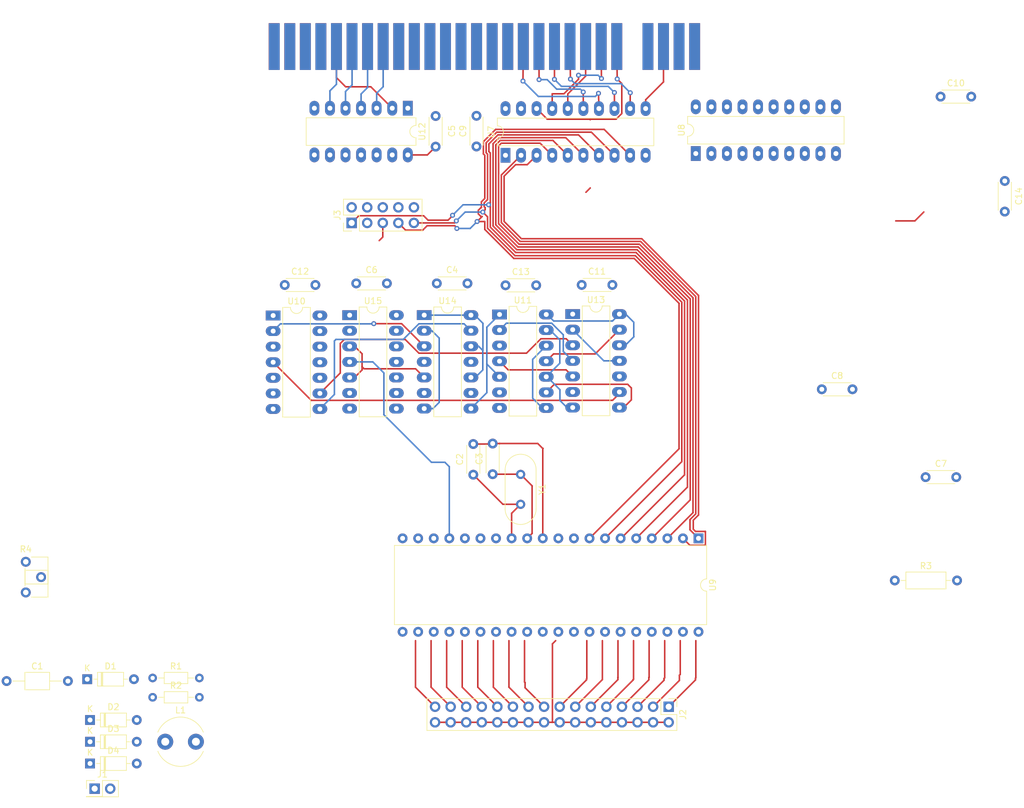
<source format=kicad_pcb>
(kicad_pcb (version 20221018) (generator pcbnew)
  (layers (0 "F.Cu" signal) (31 "B.Cu" signal) (34 "B.Paste" user) (35 "F.Paste" user) (36 "B.SilkS" user "B.Silkscreen") (37 "F.SilkS" user "F.Silkscreen") (38 "B.Mask" user) (39 "F.Mask" user) (44 "Edge.Cuts" user))
  (net 0 "")
  (net 1 "Net-(C1-Pad1)")
  (net 2 "Net-(CN1-~{INT})")
  (net 3 "Net-(D1-K)")
  (net 4 "/LOGIC/~{DISABLE_Z80_WAIT}")
  (net 5 "VCC")
  (net 6 "/DATA4")
  (net 7 "/DATA3")
  (net 8 "/DATA5")
  (net 9 "/DATA6")
  (net 10 "/DATA2")
  (net 11 "/DATA7")
  (net 12 "/DATA0")
  (net 13 "/DATA1")
  (net 14 "/A0")
  (net 15 "/A1")
  (net 16 "/A2")
  (net 17 "/A3")
  (net 18 "/A4")
  (net 19 "/A5")
  (net 20 "/A6")
  (net 21 "/A7")
  (net 22 "GND")
  (net 23 "/LOGIC/~{OE}")
  (net 24 "Net-(U9-XTAL1)")
  (net 25 "/LOGIC/~{OE2}")
  (net 26 "Net-(U9-XTAL2)")
  (net 27 "/LOGIC/D1")
  (net 28 "/LOGIC/D2")
  (net 29 "Net-(D3-A)")
  (net 32 "/INT")
  (net 36 "/IORQ")
  (net 37 "/R")
  (net 38 "/W")
  (net 40 "/WAIT")
  (net 43 "/M1")
  (net 59 "/LOGIC/Z80_ISR0")
  (net 60 "/LOGIC/Z80_ISR1")
  (net 61 "/LOGIC/INT1")
  (net 62 "/LOGIC/INT0")
  (net 63 "Net-(U14A-C)")
  (net 64 "Net-(U10-Pad4)")
  (net 68 "Net-(U14B-~{R})")
  (net 69 "Net-(U10-Pad9)")
  (net 72 "Net-(U10-Pad12)")
  (net 73 "Net-(U11-Pad12)")
  (net 74 "Net-(U11-Pad11)")
  (net 76 "Net-(U13-Pad11)")
  (net 77 "Net-(U14B-C)")
  (net 87 "Net-(J1-Pin_1)")
  (net 88 "~{ATMEGA_RESET}")
  (net 89 "/ATM8")
  (net 90 "/ATM9")
  (net 91 "/ATM10")
  (net 92 "/ATM11")
  (net 93 "/ATM12")
  (net 94 "/ATM13")
  (net 95 "/ATM14")
  (net 96 "/ATM15")
  (net 97 "Net-(U9-AVCC)")
  (net 98 "Net-(U9-AREF)")
  (net 99 "/ATM7")
  (net 100 "/ATM6")
  (net 101 "/ATM5")
  (net 102 "/ATM4")
  (net 103 "/ATM3")
  (net 104 "/ATM2")
  (net 105 "/ATM1")
  (net 106 "/ATM0")
  (net 109 "/D7")
  (net 110 "/D0")
  (net 111 "/D1")
  (net 112 "/D2")
  (net 113 "/D6")
  (net 114 "/D5")
  (net 115 "/D3")
  (net 116 "/D4")
  (footprint "Capacitor_THT:C_Disc_D4.3mm_W1.9mm_P5.00mm" (layer "F.Cu") (at 103.83 68.69)
    (fp_text reference "C12")
    (fp_text value "10pF")
  )
  (footprint "Package_DIP:DIP-40_W15.24mm" (layer "F.Cu") (at 171.31 110.01 -90)
    (fp_text reference "U9")
    (fp_text value "ATmega16L-8P")
  )
  (footprint "Package_DIP:DIP-20_W7.62mm_LongPads" (layer "F.Cu") (at 170.865 47.255 90)
    (fp_text reference "U8")
    (fp_text value "74HC244")
  )
  (footprint "Connector_PinHeader_2.54mm:PinHeader_2x16_P2.54mm_Vertical" (layer "F.Cu") (at 166.445 137.475 -90)
    (fp_text reference "J2")
    (fp_text value "Conn_02x16_Odd_Even")
  )
  (footprint "Crystal:Crystal_HC49-4H_Vertical" (layer "F.Cu") (at 142.3 99.58 -90)
    (fp_text reference "Y1")
    (fp_text value "8Mhz")
  )
  (footprint "Connector_PinHeader_2.54mm:PinHeader_2x01_P2.54mm_Vertical" (layer "F.Cu") (at 72.825 150.835)
    (fp_text reference "J1")
    (fp_text value "Conn_01x02_Pin")
  )
  (footprint "Capacitor_THT:C_Disc_D4.3mm_W1.9mm_P5.00mm" (layer "F.Cu") (at 128.63 68.43)
    (fp_text reference "C4")
    (fp_text value "22pF")
  )
  (footprint "Package_DIP:DIP-14_W7.62mm_LongPads" (layer "F.Cu") (at 126.575 73.605)
    (fp_text reference "U14")
    (fp_text value "74HC74")
  )
  (footprint "Resistor_THT:R_Axial_DIN0204_L3.6mm_D1.6mm_P7.62mm_Horizontal" (layer "F.Cu") (at 82.285 132.785)
    (fp_text reference "R1")
    (fp_text value "R")
  )
  (footprint "Capacitor_THT:C_Disc_D4.3mm_W1.9mm_P5.00mm" (layer "F.Cu") (at 115.49 68.43)
    (fp_text reference "C6")
    (fp_text value "100nF")
  )
  (footprint "Capacitor_THT:C_Disc_D4.3mm_W1.9mm_P5.00mm" (layer "F.Cu") (at 139.84 68.74)
    (fp_text reference "C13")
    (fp_text value "10pF")
  )
  (footprint "Connector_Edge:ZXSPECTRUM Expansion Port" (layer "F.Cu") (at 137.67 33.78)
    (fp_text reference "CN1" hide)
    (fp_text value "ZXSPECTRUM_Expansion_Port")
  )
  (footprint "Capacitor_THT:C_Disc_D4.3mm_W1.9mm_P5.00mm" (layer "F.Cu") (at 134.58 99.63 90)
    (fp_text reference "C2")
    (fp_text value "22pF")
  )
  (footprint "Diode_THT:D_DO-35_SOD27_P7.62mm_Horizontal" (layer "F.Cu") (at 71.615 132.985)
    (fp_text reference "D1")
    (fp_text value "1N4148")
  )
  (footprint "Capacitor_THT:C_Disc_D4.3mm_W1.9mm_P5.00mm" (layer "F.Cu") (at 221.26 56.72 90)
    (fp_text reference "C14")
    (fp_text value "10pF")
  )
  (footprint "Package_DIP:DIP-14_W7.62mm_LongPads" (layer "F.Cu") (at 114.415 73.615)
    (fp_text reference "U15")
    (fp_text value "74HC02")
  )
  (footprint "Package_DIP:DIP-20_W7.62mm_LongPads" (layer "F.Cu") (at 139.83 47.54 90)
    (fp_text reference "U7")
    (fp_text value "74HC245")
  )
  (footprint "Capacitor_THT:C_Disc_D4.3mm_W1.9mm_P5.00mm" (layer "F.Cu") (at 210.79 37.97)
    (fp_text reference "C10")
    (fp_text value "10pF")
  )
  (footprint "Potentiometer_THT:Potentiometer_ACP_CA6-H2,5_Horizontal" (layer "F.Cu") (at 61.595 113.835)
    (fp_text reference "R4")
    (fp_text value "100K")
  )
  (footprint "Diode_THT:D_DO-35_SOD27_P7.62mm_Horizontal" (layer "F.Cu") (at 72.075 139.635)
    (fp_text reference "D2")
    (fp_text value "1N4148")
  )
  (footprint "Inductor_THT:L_Radial_D7.8mm_P5.00mm_Fastron_07HCP" (layer "F.Cu") (at 84.34 143.18)
    (fp_text reference "L1")
    (fp_text value "100uH")
  )
  (footprint "Capacitor_THT:C_Disc_D4.3mm_W1.9mm_P5.00mm" (layer "F.Cu") (at 137.74 99.55 90)
    (fp_text reference "C3")
    (fp_text value "22pF")
  )
  (footprint "Package_DIP:DIP-14_W7.62mm_LongPads" (layer "F.Cu") (at 101.94 73.67)
    (fp_text reference "U10")
    (fp_text value "74HC04")
  )
  (footprint "Package_DIP:DIP-14_W7.62mm_LongPads" (layer "F.Cu") (at 138.86 73.5)
    (fp_text reference "U11")
    (fp_text value "74LS32")
  )
  (footprint "Diode_THT:D_DO-35_SOD27_P7.62mm_Horizontal" (layer "F.Cu") (at 72.075 146.735)
    (fp_text reference "D4")
    (fp_text value "1N4148")
  )
  (footprint "Resistor_THT:R_Axial_DIN0204_L3.6mm_D1.6mm_P7.62mm_Horizontal" (layer "F.Cu") (at 82.285 135.935)
    (fp_text reference "R2")
    (fp_text value "R")
  )
  (footprint "Capacitor_THT:C_Disc_D4.3mm_W1.9mm_P5.00mm" (layer "F.Cu") (at 208.35 100.03)
    (fp_text reference "C7")
    (fp_text value "10pF")
  )
  (footprint "Diode_THT:D_DO-35_SOD27_P7.62mm_Horizontal" (layer "F.Cu") (at 72.075 143.185)
    (fp_text reference "D3")
    (fp_text value "1N4148")
  )
  (footprint "Capacitor_THT:C_Disc_D4.3mm_W1.9mm_P5.00mm" (layer "F.Cu") (at 135.1 46.1 90)
    (fp_text reference "C9")
    (fp_text value "10pF")
  )
  (footprint "Package_DIP:DIP-14_W7.62mm_LongPads" (layer "F.Cu") (at 123.9 39.86 -90)
    (fp_text reference "U12")
    (fp_text value "74LS30")
  )
  (footprint "Capacitor_THT:C_Disc_D4.3mm_W1.9mm_P5.00mm" (layer "F.Cu") (at 152.26 68.68)
    (fp_text reference "C11")
    (fp_text value "10pF")
  )
  (footprint "Capacitor_THT:C_Axial_L3.8mm_D2.6mm_P10.00mm_Horizontal" (layer "F.Cu") (at 58.465 133.285)
    (fp_text reference "C1")
    (fp_text value "C")
  )
  (footprint "Resistor_THT:R_Axial_DIN0207_L6.3mm_D2.5mm_P10.16mm_Horizontal" (layer "F.Cu") (at 203.32 116.88)
    (fp_text reference "R3")
    (fp_text value "10K")
  )
  (footprint "Capacitor_THT:C_Disc_D4.3mm_W1.9mm_P5.00mm" (layer "F.Cu") (at 128.44 46.13 90)
    (fp_text reference "C5")
    (fp_text value "100nF")
  )
  (footprint "Connector_PinHeader_2.54mm:PinHeader_2x05_P2.54mm_Vertical" (layer "F.Cu") (at 114.74 58.57 90)
    (fp_text reference "J3")
    (fp_text value "Conn_02x05_Odd_Even")
  )
  (footprint "Package_DIP:DIP-14_W7.62mm_LongPads" (layer "F.Cu") (at 150.79 73.44)
    (fp_text reference "U13")
    (fp_text value "74HC00")
  )
  (footprint "Capacitor_THT:C_Disc_D4.3mm_W1.9mm_P5.00mm" (layer "F.Cu") (at 191.42 85.7)
    (fp_text reference "C8")
    (fp_text value "10pF")
  )
  (segment (start 123.9 47.48) (end 127.09 47.48) (width 0.25) (layer "F.Cu") (net 5))
  (segment (start 206.6 58.24) (end 208.055 56.785) (width 0.25) (layer "F.Cu") (net 5))
  (segment (start 127.09 47.48) (end 128.44 46.13) (width 0.25) (layer "F.Cu") (net 5))
  (segment (start 203.48 58.24) (end 206.6 58.24) (width 0.25) (layer "F.Cu") (net 5))
  (segment (start 147.695 74.565) (end 157.285 74.565) (width 0.25) (layer "B.Cu") (net 5))
  (segment (start 159.38 78.52) (end 158.41 78.52) (width 0.25) (layer "B.Cu") (net 5))
  (segment (start 158.41 73.44) (end 159.42 73.44) (width 0.25) (layer "B.Cu") (net 5))
  (segment (start 134.915 83.765) (end 136.13 82.55) (width 0.25) (layer "B.Cu") (net 5))
  (segment (start 134.195 73.605) (end 126.575 73.605) (width 0.25) (layer "B.Cu") (net 5))
  (segment (start 146.48 73.5) (end 146.48 73.45) (width 0.25) (layer "B.Cu") (net 5))
  (segment (start 159.42 73.44) (end 160.75 74.77) (width 0.25) (layer "B.Cu") (net 5))
  (segment (start 134.195 78.685) (end 135.445 78.685) (width 0.25) (layer "B.Cu") (net 5))
  (segment (start 160.75 74.77) (end 160.75 77.11) (width 0.25) (layer "B.Cu") (net 5))
  (segment (start 157.285 74.565) (end 158.41 73.44) (width 0.25) (layer "B.Cu") (net 5))
  (segment (start 146.48 73.45) (end 146.53 73.4) (width 0.25) (layer "B.Cu") (net 5))
  (segment (start 136.02 79.26) (end 136.13 79.37) (width 0.25) (layer "B.Cu") (net 5))
  (segment (start 134.815 73.605) (end 136.15 74.94) (width 0.25) (layer "B.Cu") (net 5))
  (segment (start 134.195 73.605) (end 134.815 73.605) (width 0.25) (layer "B.Cu") (net 5))
  (segment (start 136.13 79.37) (end 136.13 82.55) (width 0.25) (layer "B.Cu") (net 5))
  (segment (start 146.53 73.4) (end 147.695 74.565) (width 0.25) (layer "B.Cu") (net 5))
  (segment (start 160.75 77.11) (end 160.77 77.13) (width 0.25) (layer "B.Cu") (net 5))
  (segment (start 136.15 74.94) (end 136.15 79.35) (width 0.25) (layer "B.Cu") (net 5))
  (segment (start 160.77 77.13) (end 159.38 78.52) (width 0.25) (layer "B.Cu") (net 5))
  (segment (start 134.195 83.765) (end 134.915 83.765) (width 0.25) (layer "B.Cu") (net 5))
  (segment (start 135.445 78.685) (end 136.02 79.26) (width 0.25) (layer "B.Cu") (net 5))
  (segment (start 136.15 79.35) (end 136.13 79.37) (width 0.25) (layer "B.Cu") (net 5))
  (segment (start 169.51 101.65) (end 169.51 71.145584) (width 0.25) (layer "F.Cu") (net 6))
  (segment (start 137.805 59.070584) (end 137.805 45.642208) (width 0.25) (layer "F.Cu") (net 6))
  (segment (start 138.782208 44.665) (end 149.655 44.665) (width 0.25) (layer "F.Cu") (net 6))
  (segment (start 141.674416 62.94) (end 137.805 59.070584) (width 0.25) (layer "F.Cu") (net 6))
  (segment (start 149.655 44.665) (end 152.53 47.54) (width 0.25) (layer "F.Cu") (net 6))
  (segment (start 161.304416 62.94) (end 141.674416 62.94) (width 0.25) (layer "F.Cu") (net 6))
  (segment (start 137.805 45.642208) (end 138.782208 44.665) (width 0.25) (layer "F.Cu") (net 6))
  (segment (start 161.15 110.01) (end 169.51 101.65) (width 0.25) (layer "F.Cu") (net 6))
  (segment (start 169.51 71.145584) (end 161.304416 62.94) (width 0.25) (layer "F.Cu") (net 6))
  (segment (start 161.490812 62.49) (end 141.860812 62.49) (width 0.25) (layer "F.Cu") (net 7))
  (segment (start 169.96 103.74) (end 169.96 70.959188) (width 0.25) (layer "F.Cu") (net 7))
  (segment (start 169.96 70.959188) (end 161.490812 62.49) (width 0.25) (layer "F.Cu") (net 7))
  (segment (start 138.255 45.828604) (end 138.968604 45.115) (width 0.25) (layer "F.Cu") (net 7))
  (segment (start 138.968604 45.115) (end 147.565 45.115) (width 0.25) (layer "F.Cu") (net 7))
  (segment (start 147.565 45.115) (end 149.99 47.54) (width 0.25) (layer "F.Cu") (net 7))
  (segment (start 141.860812 62.49) (end 138.255 58.884188) (width 0.25) (layer "F.Cu") (net 7))
  (segment (start 138.255 58.884188) (end 138.255 45.828604) (width 0.25) (layer "F.Cu") (net 7))
  (segment (start 163.69 110.01) (end 169.96 103.74) (width 0.25) (layer "F.Cu") (net 7))
  (segment (start 141.48802 63.39) (end 137.355 59.25698) (width 0.25) (layer "F.Cu") (net 8))
  (segment (start 137.08 55.61) (end 137.355 55.335) (width 0.25) (layer "F.Cu") (net 8))
  (segment (start 158.61 110.01) (end 158.65 109.97) (width 0.25) (layer "F.Cu") (net 8))
  (segment (start 114.74 58.57) (end 115.915 57.395) (width 0.25) (layer "F.Cu") (net 8))
  (segment (start 169.03401 71.30599) (end 161.11802 63.39) (width 0.25) (layer "F.Cu") (net 8))
  (segment (start 137.355 55.335) (end 137.355 47.168783) (width 0.25) (layer "F.Cu") (net 8))
  (segment (start 115.915 57.395) (end 126.475 57.395) (width 0.25) (layer "F.Cu") (net 8))
  (segment (start 151.745 44.215) (end 155.07 47.54) (width 0.25) (layer "F.Cu") (net 8))
  (segment (start 137.125 45.685812) (end 138.595812 44.215) (width 0.25) (layer "F.Cu") (net 8))
  (segment (start 126.475 57.395) (end 127.2 58.12) (width 0.25) (layer "F.Cu") (net 8))
  (segment (start 127.2 58.12) (end 130.47 58.12) (width 0.25) (layer "F.Cu") (net 8))
  (segment (start 131.09 57.32) (end 131.16 57.39) (width 0.25) (layer "F.Cu") (net 8))
  (segment (start 131.2 57.43) (end 131.2 57.32) (width 0.25) (layer "F.Cu") (net 8))
  (segment (start 158.72 109.97) (end 169.03401 99.65599) (width 0.25) (layer "F.Cu") (net 8))
  (segment (start 169.03401 99.65599) (end 169.03401 71.30599) (width 0.25) (layer "F.Cu") (net 8))
  (segment (start 137.355 59.25698) (end 137.355 55.885) (width 0.25) (layer "F.Cu") (net 8))
  (segment (start 138.595812 44.215) (end 151.745 44.215) (width 0.25) (layer "F.Cu") (net 8))
  (segment (start 131.2 57.32) (end 131.09 57.32) (width 0.25) (layer "F.Cu") (net 8))
  (segment (start 158.65 109.97) (end 158.72 109.97) (width 0.25) (layer "F.Cu") (net 8))
  (segment (start 137.125 46.938783) (end 137.125 45.685812) (width 0.25) (layer "F.Cu") (net 8))
  (segment (start 130.47 58.12) (end 131.18 57.41) (width 0.25) (layer "F.Cu") (net 8))
  (segment (start 131.18 57.41) (end 131.2 57.43) (width 0.25) (layer "F.Cu") (net 8))
  (segment (start 137.355 47.168783) (end 137.125 46.938783) (width 0.25) (layer "F.Cu") (net 8))
  (segment (start 161.11802 63.39) (end 141.48802 63.39) (width 0.25) (layer "F.Cu") (net 8))
  (segment (start 137.355 55.885) (end 137.08 55.61) (width 0.25) (layer "F.Cu") (net 8))
  (via (at 137.08 55.61) (size 0.8) (drill 0.4) (layers "F.Cu" "B.Cu") (net 8))
  (via (at 131.2 57.32) (size 0.8) (drill 0.4) (layers "F.Cu" "B.Cu") (net 8))
  (segment (start 131.2 57.32) (end 132.91 55.61) (width 0.25) (layer "B.Cu") (net 8))
  (segment (start 132.91 55.61) (end 137.08 55.61) (width 0.25) (layer "B.Cu") (net 8))
  (segment (start 136.675 47.125179) (end 136.675 45.499416) (width 0.25) (layer "F.Cu") (net 9))
  (segment (start 153.835 43.765) (end 157.61 47.54) (width 0.25) (layer "F.Cu") (net 9))
  (segment (start 136.905 59.443376) (end 136.905 57.575) (width 0.25) (layer "F.Cu") (net 9))
  (segment (start 136.13 56.8) (end 136.51 56.42) (width 0.25) (layer "F.Cu") (net 9))
  (segment (start 136.51 56.42) (end 136.51 56.065305) (width 0.25) (layer "F.Cu") (net 9))
  (segment (start 141.371624 63.91) (end 136.905 59.443376) (width 0.25) (layer "F.Cu") (net 9))
  (segment (start 131.64 58.45) (end 131.81 58.24) (width 0.25) (layer "F.Cu") (net 9))
  (segment (start 138.409416 43.765) (end 153.835 43.765) (width 0.25) (layer "F.Cu") (net 9))
  (segment (start 168.58401 97.49599) (end 168.58401 71.492386) (width 0.25) (layer "F.Cu") (net 9))
  (segment (start 156.07 110.01) (end 168.58401 97.49599) (width 0.25) (layer "F.Cu") (net 9))
  (segment (start 161.001624 63.91) (end 141.371624 63.91) (width 0.25) (layer "F.Cu") (net 9))
  (segment (start 136.905 47.355179) (end 136.675 47.125179) (width 0.25) (layer "F.Cu") (net 9))
  (segment (start 168.58401 71.492386) (end 161.001624 63.91) (width 0.25) (layer "F.Cu") (net 9))
  (segment (start 131.52 58.57) (end 124.9 58.57) (width 0.25) (layer "F.Cu") (net 9))
  (segment (start 136.675 45.499416) (end 138.409416 43.765) (width 0.25) (layer "F.Cu") (net 9))
  (segment (start 131.81 58.24) (end 131.52 58.57) (width 0.25) (layer "F.Cu") (net 9))
  (segment (start 136.355 55.309695) (end 136.905 54.759695) (width 0.25) (layer "F.Cu") (net 9))
  (segment (start 136.905 57.575) (end 136.13 56.8) (width 0.25) (layer "F.Cu") (net 9))
  (segment (start 136.51 56.065305) (end 136.355 55.910305) (width 0.25) (layer "F.Cu") (net 9))
  (segment (start 136.905 54.759695) (end 136.905 47.355179) (width 0.25) (layer "F.Cu") (net 9))
  (segment (start 136.355 55.910305) (end 136.355 55.309695) (width 0.25) (layer "F.Cu") (net 9))
  (via (at 131.81 58.24) (size 0.8) (drill 0.4) (layers "F.Cu" "B.Cu") (net 9))
  (via (at 136.13 56.8) (size 0.8) (drill 0.4) (layers "F.Cu" "B.Cu") (net 9))
  (segment (start 131.81 58.24) (end 133.25 56.8) (width 0.25) (layer "B.Cu") (net 9))
  (segment (start 133.25 56.8) (end 136.13 56.8) (width 0.25) (layer "B.Cu") (net 9))
  (segment (start 170.41 70.772792) (end 161.677208 62.04) (width 0.25) (layer "F.Cu") (net 10))
  (segment (start 166.23 110.01) (end 170.41 105.83) (width 0.25) (layer "F.Cu") (net 10))
  (segment (start 142.047208 62.04) (end 138.705 58.697792) (width 0.25) (layer "F.Cu") (net 10))
  (segment (start 139.155 45.565) (end 145.475 45.565) (width 0.25) (layer "F.Cu") (net 10))
  (segment (start 138.705 58.697792) (end 138.705 46.015) (width 0.25) (layer "F.Cu") (net 10))
  (segment (start 161.677208 62.04) (end 142.047208 62.04) (width 0.25) (layer "F.Cu") (net 10))
  (segment (start 145.475 45.565) (end 147.45 47.54) (width 0.25) (layer "F.Cu") (net 10))
  (segment (start 138.705 46.015) (end 139.155 45.565) (width 0.25) (layer "F.Cu") (net 10))
  (segment (start 170.41 105.83) (end 170.41 70.772792) (width 0.25) (layer "F.Cu") (net 10))
  (segment (start 136.225 45.31302) (end 138.22302 43.315) (width 0.25) (layer "F.Cu") (net 11))
  (segment (start 153.53 110.01) (end 168.13401 95.40599) (width 0.25) (layer "F.Cu") (net 11))
  (segment (start 126.335 59.745) (end 127.06 59.02) (width 0.25) (layer "F.Cu") (net 11))
  (segment (start 131.55 59.02) (end 131.83 59.3) (width 0.25) (layer "F.Cu") (net 11))
  (segment (start 131.9 59.47) (end 131.83 59.51) (width 0.25) (layer "F.Cu") (net 11))
  (segment (start 135.829695 56.075) (end 135.905 56.075) (width 0.25) (layer "F.Cu") (net 11))
  (segment (start 160.815228 64.36) (end 141.185228 64.36) (width 0.25) (layer "F.Cu") (net 11))
  (segment (start 135.405 57.100305) (end 135.405 56.499695) (width 0.25) (layer "F.Cu") (net 11))
  (segment (start 136.455 58.34) (end 135.2 58.34) (width 0.25) (layer "F.Cu") (net 11))
  (segment (start 135.829695 57.525) (end 135.405 57.100305) (width 0.25) (layer "F.Cu") (net 11))
  (segment (start 135.2 58.34) (end 136.015 57.525) (width 0.25) (layer "F.Cu") (net 11))
  (segment (start 141.185228 64.36) (end 136.455 59.629772) (width 0.25) (layer "F.Cu") (net 11))
  (segment (start 136.455 47.541575) (end 136.225 47.311575) (width 0.25) (layer "F.Cu") (net 11))
  (segment (start 168.13401 71.678782) (end 160.815228 64.36) (width 0.25) (layer "F.Cu") (net 11))
  (segment (start 136.015 57.525) (end 135.829695 57.525) (width 0.25) (layer "F.Cu") (net 11))
  (segment (start 122.36 58.57) (end 123.535 59.745) (width 0.25) (layer "F.Cu") (net 11))
  (segment (start 135.905 56.075) (end 135.905 55.123299) (width 0.25) (layer "F.Cu") (net 11))
  (segment (start 135.405 56.499695) (end 135.829695 56.075) (width 0.25) (layer "F.Cu") (net 11))
  (segment (start 135.905 55.123299) (end 136.455 54.573299) (width 0.25) (layer "F.Cu") (net 11))
  (segment (start 136.455 54.573299) (end 136.455 47.541575) (width 0.25) (layer "F.Cu") (net 11))
  (segment (start 168.13401 95.40599) (end 168.13401 71.678782) (width 0.25) (layer "F.Cu") (net 11))
  (segment (start 138.22302 43.315) (end 155.925 43.315) (width 0.25) (layer "F.Cu") (net 11))
  (segment (start 136.225 47.311575) (end 136.225 45.31302) (width 0.25) (layer "F.Cu") (net 11))
  (segment (start 127.06 59.02) (end 131.55 59.02) (width 0.25) (layer "F.Cu") (net 11))
  (segment (start 123.535 59.745) (end 126.335 59.745) (width 0.25) (layer "F.Cu") (net 11))
  (segment (start 131.83 59.3) (end 131.9 59.47) (width 0.25) (layer "F.Cu") (net 11))
  (segment (start 136.455 59.629772) (end 136.455 58.34) (width 0.25) (layer "F.Cu") (net 11))
  (segment (start 155.925 43.315) (end 160.15 47.54) (width 0.25) (layer "F.Cu") (net 11))
  (via (at 135.2 58.34) (size 0.8) (drill 0.4) (layers "F.Cu" "B.Cu") (net 11))
  (via (at 131.9 59.47) (size 0.8) (drill 0.4) (layers "F.Cu" "B.Cu") (net 11))
  (segment (start 134.07 59.47) (end 135.2 58.34) (width 0.25) (layer "B.Cu") (net 11))
  (segment (start 131.9 59.47) (end 134.07 59.47) (width 0.25) (layer "B.Cu") (net 11))
  (segment (start 161.863604 61.59) (end 142.233604 61.59) (width 0.25) (layer "F.Cu") (net 12))
  (segment (start 142.233604 61.59) (end 139.155 58.511396) (width 0.25) (layer "F.Cu") (net 12))
  (segment (start 169.92 106.956396) (end 170.86 106.016396) (width 0.25) (layer "F.Cu") (net 12))
  (segment (start 170.86 106.016396) (end 170.86 70.586396) (width 0.25) (layer "F.Cu") (net 12))
  (segment (start 170.86 70.586396) (end 161.863604 61.59) (width 0.25) (layer "F.Cu") (net 12))
  (segment (start 171.31 110.01) (end 169.92 108.62) (width 0.25) (layer "F.Cu") (net 12))
  (segment (start 169.92 108.62) (end 169.92 106.956396) (width 0.25) (layer "F.Cu") (net 12))
  (segment (start 139.155 58.511396) (end 139.155 50.755) (width 0.25) (layer "F.Cu") (net 12))
  (segment (start 139.155 50.755) (end 142.37 47.54) (width 0.25) (layer "F.Cu") (net 12))
  (segment (start 139.605 50.941396) (end 141.481396 49.065) (width 0.25) (layer "F.Cu") (net 13))
  (segment (start 170.821396 108.885) (end 170.46 108.523604) (width 0.25) (layer "F.Cu") (net 13))
  (segment (start 170.46 108.523604) (end 170.46 107.052792) (width 0.25) (layer "F.Cu") (net 13))
  (segment (start 139.605 58.325) (end 139.605 50.941396) (width 0.25) (layer "F.Cu") (net 13))
  (segment (start 171.31 70.4) (end 162.05 61.14) (width 0.25) (layer "F.Cu") (net 13))
  (segment (start 169.895 111.135) (end 172.435 111.135) (width 0.25) (layer "F.Cu") (net 13))
  (segment (start 142.42 61.14) (end 139.605 58.325) (width 0.25) (layer "F.Cu") (net 13))
  (segment (start 172.435 111.135) (end 172.435 108.885) (width 0.25) (layer "F.Cu") (net 13))
  (segment (start 170.46 107.052792) (end 171.31 106.202792) (width 0.25) (layer "F.Cu") (net 13))
  (segment (start 172.435 108.885) (end 170.821396 108.885) (width 0.25) (layer "F.Cu") (net 13))
  (segment (start 143.385 49.065) (end 144.91 47.54) (width 0.25) (layer "F.Cu") (net 13))
  (segment (start 168.77 110.01) (end 169.895 111.135) (width 0.25) (layer "F.Cu") (net 13))
  (segment (start 141.481396 49.065) (end 143.385 49.065) (width 0.25) (layer "F.Cu") (net 13))
  (segment (start 162.05 61.14) (end 142.42 61.14) (width 0.25) (layer "F.Cu") (net 13))
  (segment (start 171.31 106.202792) (end 171.31 70.4) (width 0.25) (layer "F.Cu") (net 13))
  (segment (start 111.2 39.86) (end 111.2 37.02) (width 0.25) (layer "B.Cu") (net 18))
  (segment (start 111.2 37.02) (end 112.26 35.96) (width 0.25) (layer "B.Cu") (net 18))
  (segment (start 112.26 35.96) (end 112.26 29.8) (width 0.25) (layer "B.Cu") (net 18))
  (segment (start 113.74 39.86) (end 113.74 37.14) (width 0.25) (layer "B.Cu") (net 19))
  (segment (start 114.81 36.07) (end 114.81 29.81) (width 0.25) (layer "B.Cu") (net 19))
  (segment (start 113.74 37.14) (end 114.81 36.07) (width 0.25) (layer "B.Cu") (net 19))
  (segment (start 117.37 36.45) (end 117.34 36.42) (width 0.25) (layer "B.Cu") (net 20))
  (segment (start 116.28 37.54) (end 117.37 36.45) (width 0.25) (layer "B.Cu") (net 20))
  (segment (start 117.34 36.42) (end 117.34 29.8) (width 0.25) (layer "B.Cu") (net 20))
  (segment (start 116.28 39.86) (end 116.28 37.54) (width 0.25) (layer "B.Cu") (net 20))
  (segment (start 119.88 36.36) (end 119.88 29.8) (width 0.25) (layer "B.Cu") (net 21))
  (segment (start 118.82 37.42) (end 119.88 36.36) (width 0.25) (layer "B.Cu") (net 21))
  (segment (start 118.82 39.86) (end 118.86 39.86) (width 0.25) (layer "B.Cu") (net 21))
  (segment (start 118.82 39.86) (end 118.82 37.42) (width 0.25) (layer "B.Cu") (net 21))
  (segment (start 151.205 140.015) (end 148.665 140.015) (width 0.25) (layer "F.Cu") (net 22))
  (segment (start 147.49 139.98) (end 147.455 140.015) (width 0.25) (layer "F.Cu") (net 22))
  (segment (start 166.445 140.015) (end 163.905 140.015) (width 0.25) (layer "F.Cu") (net 22))
  (segment (start 138.88137 94.54) (end 145.09 94.54) (width 0.25) (layer "F.Cu") (net 22))
  (segment (start 141.045 140.015) (end 143.585 140.015) (width 0.25) (layer "F.Cu") (net 22))
  (segment (start 145.91 95.39) (end 145.91 110.01) (width 0.25) (layer "F.Cu") (net 22))
  (segment (start 147.455 140.015) (end 148.665 140.015) (width 0.25) (layer "F.Cu") (net 22))
  (segment (start 128.345 140.015) (end 129.775 140.015) (width 0.25) (layer "F.Cu") (net 22))
  (segment (start 158.825 140.015) (end 156.285 140.015) (width 0.25) (layer "F.Cu") (net 22))
  (segment (start 135.965 140.015) (end 138.505 140.015) (width 0.25) (layer "F.Cu") (net 22))
  (segment (start 161.365 140.015) (end 158.825 140.015) (width 0.25) (layer "F.Cu") (net 22))
  (segment (start 138.505 140.015) (end 141.045 140.015) (width 0.25) (layer "F.Cu") (net 22))
  (segment (start 145.09 94.54) (end 145.9 95.35) (width 0.25) (layer "F.Cu") (net 22))
  (segment (start 146.125 140.015) (end 147.455 140.015) (width 0.25) (layer "F.Cu") (net 22))
  (segment (start 145.9 95.35) (end 145.95 95.35) (width 0.25) (layer "F.Cu") (net 22))
  (segment (start 147.49 127.22) (end 147.49 139.98) (width 0.25) (layer "F.Cu") (net 22))
  (segment (start 138.87137 94.55) (end 138.88137 94.54) (width 0.25) (layer "F.Cu") (net 22))
  (segment (start 137.74 94.55) (end 138.87137 94.55) (width 0.25) (layer "F.Cu") (net 22))
  (segment (start 133.425 140.015) (end 129.775 140.015) (width 0.25) (layer "F.Cu") (net 22))
  (segment (start 133.425 140.015) (end 135.965 140.015) (width 0.25) (layer "F.Cu") (net 22))
  (segment (start 134.58 94.63) (end 137.66 94.63) (width 0.25) (layer "F.Cu") (net 22))
  (segment (start 137.66 94.63) (end 137.74 94.55) (width 0.25) (layer "F.Cu") (net 22))
  (segment (start 143.585 140.015) (end 146.125 140.015) (width 0.25) (layer "F.Cu") (net 22))
  (segment (start 145.95 95.35) (end 145.91 95.39) (width 0.25) (layer "F.Cu") (net 22))
  (segment (start 153.745 140.015) (end 151.205 140.015) (width 0.25) (layer "F.Cu") (net 22))
  (segment (start 148.015 126.695) (end 147.49 127.22) (width 0.25) (layer "F.Cu") (net 22))
  (segment (start 163.905 140.015) (end 161.365 140.015) (width 0.25) (layer "F.Cu") (net 22))
  (segment (start 129.775 140.015) (end 130.885 140.015) (width 0.25) (layer "F.Cu") (net 22))
  (segment (start 156.285 140.015) (end 153.745 140.015) (width 0.25) (layer "F.Cu") (net 22))
  (segment (start 146.58 83.64) (end 148.71 85.77) (width 0.25) (layer "B.Cu") (net 22))
  (segment (start 146.48 83.66) (end 148.69 81.45) (width 0.25) (layer "B.Cu") (net 22))
  (segment (start 146.48 83.66) (end 146.56 83.66) (width 0.25) (layer "B.Cu") (net 22))
  (segment (start 127.815 76.145) (end 129.02 77.35) (width 0.25) (layer "B.Cu") (net 22))
  (segment (start 146.56 83.66) (end 146.58 83.64) (width 0.25) (layer "B.Cu") (net 22))
  (segment (start 148.71 85.77) (end 148.71 87.53) (width 0.25) (layer "B.Cu") (net 22))
  (segment (start 148.71 87.53) (end 149.86 88.68) (width 0.25) (layer "B.Cu") (net 22))
  (segment (start 128.005 88.845) (end 126.575 88.845) (width 0.25) (layer "B.Cu") (net 22))
  (segment (start 148.69 77.64) (end 147.09 76.04) (width 0.25) (layer "B.Cu") (net 22))
  (segment (start 149.86 88.68) (end 150.79 88.68) (width 0.25) (layer "B.Cu") (net 22))
  (segment (start 126.575 76.145) (end 127.815 76.145) (width 0.25) (layer "B.Cu") (net 22))
  (segment (start 129.02 87.83) (end 128.005 88.845) (width 0.25) (layer "B.Cu") (net 22))
  (segment (start 129.02 77.35) (end 129.02 87.83) (width 0.25) (layer "B.Cu") (net 22))
  (segment (start 148.69 81.45) (end 148.69 77.64) (width 0.25) (layer "B.Cu") (net 22))
  (segment (start 147.09 76.04) (end 146.48 76.04) (width 0.25) (layer "B.Cu") (net 22))
  (segment (start 139.41 104.46) (end 142.3 104.46) (width 0.25) (layer "F.Cu") (net 24))
  (segment (start 134.58 99.63) (end 139.41 104.46) (width 0.25) (layer "F.Cu") (net 24))
  (segment (start 140.83 105.93) (end 140.83 110.01) (width 0.25) (layer "F.Cu") (net 24))
  (segment (start 142.3 104.46) (end 140.83 105.93) (width 0.25) (layer "F.Cu") (net 24))
  (segment (start 158.41 88.68) (end 159.1 88.68) (width 0.25) (layer "F.Cu") (net 25))
  (segment (start 159.1 88.68) (end 160.36 87.42) (width 0.25) (layer "F.Cu") (net 25))
  (segment (start 147.79 84.89) (end 146.48 86.2) (width 0.25) (layer "F.Cu") (net 25))
  (segment (start 160.36 85.49) (end 159.76 84.89) (width 0.25) (layer "F.Cu") (net 25))
  (segment (start 160.36 87.42) (end 160.36 85.49) (width 0.25) (layer "F.Cu") (net 25))
  (segment (start 159.76 84.89) (end 147.79 84.89) (width 0.25) (layer "F.Cu") (net 25))
  (segment (start 144.169999 101.449999) (end 142.3 99.58) (width 0.25) (layer "F.Cu") (net 26))
  (segment (start 144.169999 109.210001) (end 144.169999 101.449999) (width 0.25) (layer "F.Cu") (net 26))
  (segment (start 142.27 99.55) (end 142.3 99.58) (width 0.25) (layer "F.Cu") (net 26))
  (segment (start 143.37 110.01) (end 144.169999 109.210001) (width 0.25) (layer "F.Cu") (net 26))
  (segment (start 137.74 99.55) (end 142.27 99.55) (width 0.25) (layer "F.Cu") (net 26))
  (segment (start 138.86 73.5) (end 136.79 75.57) (width 0.25) (layer "B.Cu") (net 32))
  (segment (start 136.79 86.25) (end 136.79 81.59) (width 0.25) (layer "B.Cu") (net 32))
  (segment (start 134.195 88.845) (end 136.79 86.25) (width 0.25) (layer "B.Cu") (net 32))
  (segment (start 136.79 75.57) (end 136.79 81.59) (width 0.25) (layer "B.Cu") (net 32))
  (segment (start 136.79 81.59) (end 138.86 83.66) (width 0.25) (layer "B.Cu") (net 32))
  (segment (start 115.215 83.775) (end 114.415 83.775) (width 0.25) (layer "F.Cu") (net 40))
  (segment (start 116.44 82.55) (end 115.215 83.775) (width 0.25) (layer "F.Cu") (net 40))
  (segment (start 116.44 82.03) (end 116.44 82.55) (width 0.25) (layer "F.Cu") (net 40))
  (segment (start 116.44 79.91) (end 116.44 82.03) (width 0.25) (layer "F.Cu") (net 40))
  (segment (start 114.415 78.695) (end 115.225 78.695) (width 0.25) (layer "F.Cu") (net 40))
  (segment (start 115.225 78.695) (end 116.44 79.91) (width 0.25) (layer "F.Cu") (net 40))
  (segment (start 125.17 82.36) (end 126.575 83.765) (width 0.25) (layer "F.Cu") (net 40))
  (segment (start 116.77 82.36) (end 125.17 82.36) (width 0.25) (layer "F.Cu") (net 40))
  (segment (start 116.44 82.03) (end 116.77 82.36) (width 0.25) (layer "F.Cu") (net 40))
  (segment (start 121.36 39.86) (end 117.87 36.37) (width 0.25) (layer "F.Cu") (net 43))
  (segment (start 113.76 36.37) (end 112.26 34.87) (width 0.25) (layer "F.Cu") (net 43))
  (segment (start 117.87 36.37) (end 113.76 36.37) (width 0.25) (layer "F.Cu") (net 43))
  (segment (start 112.26 34.87) (end 112.26 29.8) (width 0.25) (layer "F.Cu") (net 43))
  (segment (start 138.86 76.04) (end 139.985 74.915) (width 0.25) (layer "B.Cu") (net 59))
  (segment (start 149.26 79.53) (end 150.79 81.06) (width 0.25) (layer "B.Cu") (net 59))
  (segment (start 149.26 76.82) (end 149.26 79.53) (width 0.25) (layer "B.Cu") (net 59))
  (segment (start 147.355 74.915) (end 149.26 76.82) (width 0.25) (layer "B.Cu") (net 59))
  (segment (start 139.985 74.915) (end 147.355 74.915) (width 0.25) (layer "B.Cu") (net 59))
  (segment (start 149.725 82.535) (end 150.79 83.6) (width 0.25) (layer "F.Cu") (net 60))
  (segment (start 140.275 82.535) (end 149.725 82.535) (width 0.25) (layer "F.Cu") (net 60))
  (segment (start 138.86 81.12) (end 140.275 82.535) (width 0.25) (layer "F.Cu") (net 60))
  (segment (start 120 89.85) (end 127.76 97.61) (width 0.25) (layer "B.Cu") (net 61))
  (segment (start 127.76 97.61) (end 129.95 97.61) (width 0.25) (layer "B.Cu") (net 61))
  (segment (start 130.67 98.33) (end 130.67 110.01) (width 0.25) (layer "B.Cu") (net 61))
  (segment (start 129.95 97.61) (end 130.67 98.33) (width 0.25) (layer "B.Cu") (net 61))
  (segment (start 114.415 81.235) (end 118.195 81.235) (width 0.25) (layer "B.Cu") (net 61))
  (segment (start 118.195 81.235) (end 120 83.04) (width 0.25) (layer "B.Cu") (net 61))
  (segment (start 120 83.04) (end 120 89.85) (width 0.25) (layer "B.Cu") (net 61))
  (segment (start 126.575 78.685) (end 122.89 75) (width 0.25) (layer "F.Cu") (net 63))
  (segment (start 118.35 75) (end 118.28 75) (width 0.25) (layer "F.Cu") (net 63))
  (segment (start 122.89 75) (end 118.35 75) (width 0.25) (layer "F.Cu") (net 63))
  (via (at 118.35 75) (size 0.8) (drill 0.4) (layers "F.Cu" "B.Cu") (net 63))
  (segment (start 118.23 75.03) (end 118.26 75.06) (width 0.25) (layer "B.Cu") (net 63))
  (segment (start 103.12 75.03) (end 118.23 75.03) (width 0.25) (layer "B.Cu") (net 63))
  (segment (start 101.94 76.21) (end 103.12 75.03) (width 0.25) (layer "B.Cu") (net 63))
  (segment (start 101.94 81.29) (end 108.16 87.51) (width 0.25) (layer "F.Cu") (net 64))
  (segment (start 158.53 86.27) (end 158.41 86.15) (width 0.25) (layer "F.Cu") (net 64))
  (segment (start 157.3 87.5) (end 158.53 86.27) (width 0.25) (layer "F.Cu") (net 64))
  (segment (start 152.34 87.5) (end 157.3 87.5) (width 0.25) (layer "F.Cu") (net 64))
  (segment (start 108.16 87.51) (end 152.33 87.51) (width 0.25) (layer "F.Cu") (net 64))
  (segment (start 158.41 86.15) (end 158.41 86.14) (width 0.25) (layer "F.Cu") (net 64))
  (segment (start 152.33 87.51) (end 152.34 87.5) (width 0.25) (layer "F.Cu") (net 64))
  (segment (start 111.93 86.54) (end 111.93 77.82) (width 0.25) (layer "B.Cu") (net 68))
  (segment (start 133.07 75.02) (end 134.195 76.145) (width 0.25) (layer "B.Cu") (net 68))
  (segment (start 123.15901 77.57) (end 125.70901 75.02) (width 0.25) (layer "B.Cu") (net 68))
  (segment (start 125.70901 75.02) (end 133.07 75.02) (width 0.25) (layer "B.Cu") (net 68))
  (segment (start 111.93 77.82) (end 112.18 77.57) (width 0.25) (layer "B.Cu") (net 68))
  (segment (start 112.18 77.57) (end 123.15901 77.57) (width 0.25) (layer "B.Cu") (net 68))
  (segment (start 109.56 88.91) (end 111.93 86.54) (width 0.25) (layer "B.Cu") (net 68))
  (segment (start 109.56 86.37) (end 112.89 83.04) (width 0.25) (layer "F.Cu") (net 69))
  (segment (start 112.89 78.22901) (end 113.54901 77.57) (width 0.25) (layer "F.Cu") (net 69))
  (segment (start 125.70901 79.81) (end 143.25901 79.81) (width 0.25) (layer "F.Cu") (net 69))
  (segment (start 145.61401 77.455) (end 149.725 77.455) (width 0.25) (layer "F.Cu") (net 69))
  (segment (start 113.54901 77.57) (end 123.46901 77.57) (width 0.25) (layer "F.Cu") (net 69))
  (segment (start 123.46901 77.57) (end 125.70901 79.81) (width 0.25) (layer "F.Cu") (net 69))
  (segment (start 149.725 77.455) (end 150.79 78.52) (width 0.25) (layer "F.Cu") (net 69))
  (segment (start 143.25901 79.81) (end 145.61401 77.455) (width 0.25) (layer "F.Cu") (net 69))
  (segment (start 112.89 83.04) (end 112.89 78.22901) (width 0.25) (layer "F.Cu") (net 69))
  (segment (start 144.94 80.14) (end 144.26 80.82) (width 0.25) (layer "B.Cu") (net 73))
  (segment (start 144.26 80.82) (end 144.26 87.16) (width 0.25) (layer "B.Cu") (net 73))
  (segment (start 145.84 88.74) (end 146.48 88.74) (width 0.25) (layer "B.Cu") (net 73))
  (segment (start 144.94 80.12) (end 144.94 80.14) (width 0.25) (layer "B.Cu") (net 73))
  (segment (start 146.48 78.58) (end 144.94 80.12) (width 0.25) (layer "B.Cu") (net 73))
  (segment (start 144.26 87.16) (end 145.84 88.74) (width 0.25) (layer "B.Cu") (net 73))
  (segment (start 147.665 79.935) (end 154.455 79.935) (width 0.25) (layer "F.Cu") (net 74))
  (segment (start 146.48 81.12) (end 147.665 79.935) (width 0.25) (layer "F.Cu") (net 74))
  (segment (start 154.455 79.935) (end 158.41 75.98) (width 0.25) (layer "F.Cu") (net 74))
  (segment (start 155.87 81.06) (end 150.79 75.98) (width 0.25) (layer "B.Cu") (net 76))
  (segment (start 158.41 81.06) (end 155.87 81.06) (width 0.25) (layer "B.Cu") (net 76))
  (segment (start 119.82 58.57) (end 119.82 60.87) (width 0.25) (layer "F.Cu") (net 88))
  (segment (start 119.82 60.87) (end 119.24 61.45) (width 0.25) (layer "F.Cu") (net 88))
  (segment (start 146.125 137.475) (end 143.025 134.375) (width 0.25) (layer "F.Cu") (net 89))
  (segment (start 143.025 134.375) (end 143.025 133.525) (width 0.25) (layer "F.Cu") (net 89))
  (segment (start 143.025 133.525) (end 142.935 133.435) (width 0.25) (layer "F.Cu") (net 89))
  (segment (start 142.935 133.435) (end 142.935 126.695) (width 0.25) (layer "F.Cu") (net 89))
  (segment (start 140.395 134.285) (end 140.395 126.695) (width 0.25) (layer "F.Cu") (net 90))
  (segment (start 143.585 137.475) (end 140.395 134.285) (width 0.25) (layer "F.Cu") (net 90))
  (segment (start 141.045 137.475) (end 137.855 134.285) (width 0.25) (layer "F.Cu") (net 91))
  (segment (start 137.855 134.285) (end 137.855 126.695) (width 0.25) (layer "F.Cu") (net 91))
  (segment (start 138.505 137.475) (end 135.315 134.285) (width 0.25) (layer "F.Cu") (net 92))
  (segment (start 135.315 134.285) (end 135.315 126.695) (width 0.25) (layer "F.Cu") (net 92))
  (segment (start 132.775 134.285) (end 132.775 126.695) (width 0.25) (layer "F.Cu") (net 93))
  (segment (start 135.965 137.475) (end 132.775 134.285) (width 0.25) (layer "F.Cu") (net 93))
  (segment (start 133.425 137.475) (end 130.235 134.285) (width 0.25) (layer "F.Cu") (net 94))
  (segment (start 130.235 134.285) (end 130.235 126.695) (width 0.25) (layer "F.Cu") (net 94))
  (segment (start 127.695 134.285) (end 127.695 126.695) (width 0.25) (layer "F.Cu") (net 95))
  (segment (start 130.885 137.475) (end 127.695 134.285) (width 0.25) (layer "F.Cu") (net 95))
  (segment (start 125.155 134.285) (end 125.155 126.695) (width 0.25) (layer "F.Cu") (net 96))
  (segment (start 128.345 137.475) (end 125.155 134.285) (width 0.25) (layer "F.Cu") (net 96))
  (segment (start 148.665 137.475) (end 153.045 133.095) (width 0.25) (layer "F.Cu") (net 99))
  (segment (start 153.095 132.875) (end 153.095 126.695) (width 0.25) (layer "F.Cu") (net 99))
  (segment (start 153.045 132.925) (end 153.095 132.875) (width 0.25) (layer "F.Cu") (net 99))
  (segment (start 153.045 133.095) (end 153.045 132.925) (width 0.25) (layer "F.Cu") (net 99))
  (segment (start 155.635 133.045) (end 155.635 126.695) (width 0.25) (layer "F.Cu") (net 100))
  (segment (start 151.205 137.475) (end 155.635 133.045) (width 0.25) (layer "F.Cu") (net 100))
  (segment (start 153.745 137.475) (end 158.165 133.055) (width 0.25) (layer "F.Cu") (net 101))
  (segment (start 158.175 132.695) (end 158.175 126.695) (width 0.25) (layer "F.Cu") (net 101))
  (segment (start 158.165 133.055) (end 158.165 132.705) (width 0.25) (layer "F.Cu") (net 101))
  (segment (start 158.165 132.705) (end 158.175 132.695) (width 0.25) (layer "F.Cu") (net 101))
  (segment (start 160.635 133.125) (end 160.635 133.065) (width 0.25) (layer "F.Cu") (net 102))
  (segment (start 160.635 133.065) (end 160.715 132.985) (width 0.25) (layer "F.Cu") (net 102))
  (segment (start 160.715 132.985) (end 160.715 126.695) (width 0.25) (layer "F.Cu") (net 102))
  (segment (start 156.285 137.475) (end 160.635 133.125) (width 0.25) (layer "F.Cu") (net 102))
  (segment (start 163.255 132.665) (end 163.255 126.695) (width 0.25) (layer "F.Cu") (net 103))
  (segment (start 158.825 137.475) (end 163.215 133.085) (width 0.25) (layer "F.Cu") (net 103))
  (segment (start 163.215 132.705) (end 163.255 132.665) (width 0.25) (layer "F.Cu") (net 103))
  (segment (start 163.215 133.085) (end 163.215 132.705) (width 0.25) (layer "F.Cu") (net 103))
  (segment (start 165.795 132.755) (end 165.795 126.695) (width 0.25) (layer "F.Cu") (net 104))
  (segment (start 161.365 137.475) (end 165.685 133.155) (width 0.25) (layer "F.Cu") (net 104))
  (segment (start 165.685 133.155) (end 165.685 132.865) (width 0.25) (layer "F.Cu") (net 104))
  (segment (start 165.685 132.865) (end 165.795 132.755) (width 0.25) (layer "F.Cu") (net 104))
  (segment (start 168.335 132.195) (end 168.335 126.695) (width 0.25) (layer "F.Cu") (net 105))
  (segment (start 163.905 137.475) (end 168.195 133.185) (width 0.25) (layer "F.Cu") (net 105))
  (segment (start 168.195 133.185) (end 168.195 132.335) (width 0.25) (layer "F.Cu") (net 105))
  (segment (start 168.195 132.335) (end 168.335 132.195) (width 0.25) (layer "F.Cu") (net 105))
  (segment (start 170.875 132.765) (end 170.875 126.695) (width 0.25) (layer "F.Cu") (net 106))
  (segment (start 170.815 132.825) (end 170.875 132.765) (width 0.25) (layer "F.Cu") (net 106))
  (segment (start 170.815 133.105) (end 170.815 132.825) (width 0.25) (layer "F.Cu") (net 106))
  (segment (start 166.445 137.475) (end 170.815 133.105) (width 0.25) (layer "F.Cu") (net 106))
  (segment (start 165.6 35.57) (end 165.6 29.8) (width 0.25) (layer "F.Cu") (net 109))
  (segment (start 162.69 39.92) (end 162.69 38.48) (width 0.25) (layer "F.Cu") (net 109))
  (segment (start 162.69 38.48) (end 165.6 35.57) (width 0.25) (layer "F.Cu") (net 109))
  (segment (start 158.8 40.72099) (end 157.86099 41.66) (width 0.25) (layer "F.Cu") (net 110))
  (segment (start 146.65 41.66) (end 144.91 39.92) (width 0.25) (layer "F.Cu") (net 110))
  (segment (start 157.98 35.04) (end 158.05 35.09) (width 0.25) (layer "F.Cu") (net 110))
  (segment (start 153.57 41.66) (end 146.65 41.66) (width 0.25) (layer "F.Cu") (net 110))
  (segment (start 158.05 35.09) (end 158.8 35.84) (width 0.25) (layer "F.Cu") (net 110))
  (segment (start 158.8 35.84) (end 158.8 40.72099) (width 0.25) (layer "F.Cu") (net 110))
  (segment (start 158.05 35.09) (end 157.98 29.8) (width 0.25) (layer "F.Cu") (net 110))
  (segment (start 152.95 53.57) (end 153.655 52.865) (width 0.25) (layer "F.Cu") (net 110))
  (segment (start 157.86099 41.66) (end 153.57 41.66) (width 0.25) (layer "F.Cu") (net 110))
  (segment (start 153.655 41.745) (end 153.57 41.66) (width 0.25) (layer "F.Cu") (net 110))
  (via (at 158.05 35.09) (size 0.8) (drill 0.4) (layers "F.Cu" "B.Cu") (net 110))
  (segment (start 149.36 37.51) (end 151.74 35.13) (width 0.25) (layer "F.Cu") (net 111))
  (segment (start 147.45 37.51) (end 149.36 37.51) (width 0.25) (layer "F.Cu") (net 111))
  (segment (start 151.74 35.13) (end 151.74 34.48) (width 0.25) (layer "F.Cu") (net 111))
  (segment (start 155.44 34.95) (end 155.48 35.02) (width 0.25) (layer "F.Cu") (net 111))
  (segment (start 151.74 34.48) (end 151.74 34.57) (width 0.25) (layer "F.Cu") (net 111))
  (segment (start 155.48 35.02) (end 155.44 29.8) (width 0.25) (layer "F.Cu") (net 111))
  (segment (start 147.45 39.92) (end 147.45 37.51) (width 0.25) (layer "F.Cu") (net 111))
  (via (at 151.74 34.48) (size 0.8) (drill 0.4) (layers "F.Cu" "B.Cu") (net 111))
  (via (at 155.48 35.02) (size 0.8) (drill 0.4) (layers "F.Cu" "B.Cu") (net 111))
  (segment (start 154.94 34.48) (end 155.48 35.02) (width 0.25) (layer "B.Cu") (net 111))
  (segment (start 151.74 34.48) (end 154.94 34.48) (width 0.25) (layer "B.Cu") (net 111))
  (segment (start 152.9 34.63) (end 152.9 29.8) (width 0.25) (layer "F.Cu") (net 112))
  (segment (start 149.99 37.54) (end 152.9 34.63) (width 0.25) (layer "F.Cu") (net 112))
  (segment (start 149.99 39.92) (end 149.99 37.54) (width 0.25) (layer "F.Cu") (net 112))
  (segment (start 150.36 35.11) (end 150.42 35.11) (width 0.25) (layer "F.Cu") (net 113))
  (segment (start 160.18 37.34) (end 160.15 37.34) (width 0.25) (layer "F.Cu") (net 113))
  (segment (start 160.15 39.92) (end 160.18 37.34) (width 0.25) (layer "F.Cu") (net 113))
  (segment (start 150.42 35.11) (end 150.36 29.8) (width 0.25) (layer "F.Cu") (net 113))
  (via (at 160.18 37.34) (size 0.8) (drill 0.4) (layers "F.Cu" "B.Cu") (net 113))
  (via (at 150.42 35.11) (size 0.8) (drill 0.4) (layers "F.Cu" "B.Cu") (net 113))
  (segment (start 150.42 35.11) (end 151.16 35.85) (width 0.25) (layer "B.Cu") (net 113))
  (segment (start 151.16 35.85) (end 158.69 35.85) (width 0.25) (layer "B.Cu") (net 113))
  (segment (start 158.69 35.85) (end 160.18 37.34) (width 0.25) (layer "B.Cu") (net 113))
  (segment (start 157.61 39.92) (end 157.59 37.3) (width 0.25) (layer "F.Cu") (net 114))
  (segment (start 157.59 37.3) (end 157.61 37.28) (width 0.25) (layer "F.Cu") (net 114))
  (segment (start 147.81 35.15) (end 147.82 35.14) (width 0.25) (layer "F.Cu") (net 114))
  (segment (start 147.82 35.16) (end 147.81 35.15) (width 0.25) (layer "F.Cu") (net 114))
  (segment (start 147.82 35.18) (end 147.82 35.16) (width 0.25) (layer "F.Cu") (net 114))
  (segment (start 147.82 35.14) (end 147.82 29.8) (width 0.25) (layer "F.Cu") (net 114))
  (via (at 157.59 37.3) (size 0.8) (drill 0.4) (layers "F.Cu" "B.Cu") (net 114))
  (via (at 147.81 35.15) (size 0.8) (drill 0.4) (layers "F.Cu" "B.Cu") (net 114))
  (segment (start 147.81 35.15) (end 148.96 36.3) (width 0.25) (layer "B.Cu") (net 114))
  (segment (start 156.59 36.3) (end 157.59 37.3) (width 0.25) (layer "B.Cu") (net 114))
  (segment (start 148.96 36.3) (end 156.59 36.3) (width 0.25) (layer "B.Cu") (net 114))
  (segment (start 152.53 39.92) (end 152.51 37.22) (width 0.25) (layer "F.Cu") (net 115))
  (segment (start 145.31 35.2) (end 145.28 35.04) (width 0.25) (layer "F.Cu") (net 115))
  (segment (start 145.28 29.8) (end 145.31 35.2) (width 0.25) (layer "F.Cu") (net 115))
  (segment (start 152.51 37.22) (end 152.53 37.24) (width 0.25) (layer "F.Cu") (net 115))
  (segment (start 145.28 26.99) (end 145.28 29.8) (width 0.25) (layer "F.Cu") (net 115))
  (via (at 152.51 37.22) (size 0.8) (drill 0.4) (layers "F.Cu" "B.Cu") (net 115))
  (via (at 145.31 35.2) (size 0.8) (drill 0.4) (layers "F.Cu" "B.Cu") (net 115))
  (segment (start 152.04 36.75) (end 152.51 37.22) (width 0.25) (layer "B.Cu") (net 115))
  (segment (start 145.31 35.2) (end 146.63 35.2) (width 0.25) (layer "B.Cu") (net 115))
  (segment (start 148.18 36.75) (end 152.04 36.75) (width 0.25) (layer "B.Cu") (net 115))
  (segment (start 146.63 35.2) (end 148.18 36.75) (width 0.25) (layer "B.Cu") (net 115))
  (segment (start 155 37.43) (end 155.07 37.42) (width 0.25) (layer "F.Cu") (net 116))
  (segment (start 142.74 35.34) (end 142.68 35.43) (width 0.25) (layer "F.Cu") (net 116))
  (segment (start 155.07 39.92) (end 155 37.43) (width 0.25) (layer "F.Cu") (net 116))
  (segment (start 142.68 35.43) (end 142.74 29.8) (width 0.25) (layer "F.Cu") (net 116))
  (via (at 155 37.43) (size 0.8) (drill 0.4) (layers "F.Cu" "B.Cu") (net 116))
  (via (at 142.68 35.43) (size 0.8) (drill 0.4) (layers "F.Cu" "B.Cu") (net 116))
  (segment (start 155 37.43) (end 154.485 37.945) (width 0.25) (layer "B.Cu") (net 116))
  (segment (start 145.195 37.945) (end 142.68 35.43) (width 0.25) (layer "B.Cu") (net 116))
  (segment (start 154.485 37.945) (end 145.195 37.945) (width 0.25) (layer "B.Cu") (net 116))
)
</source>
